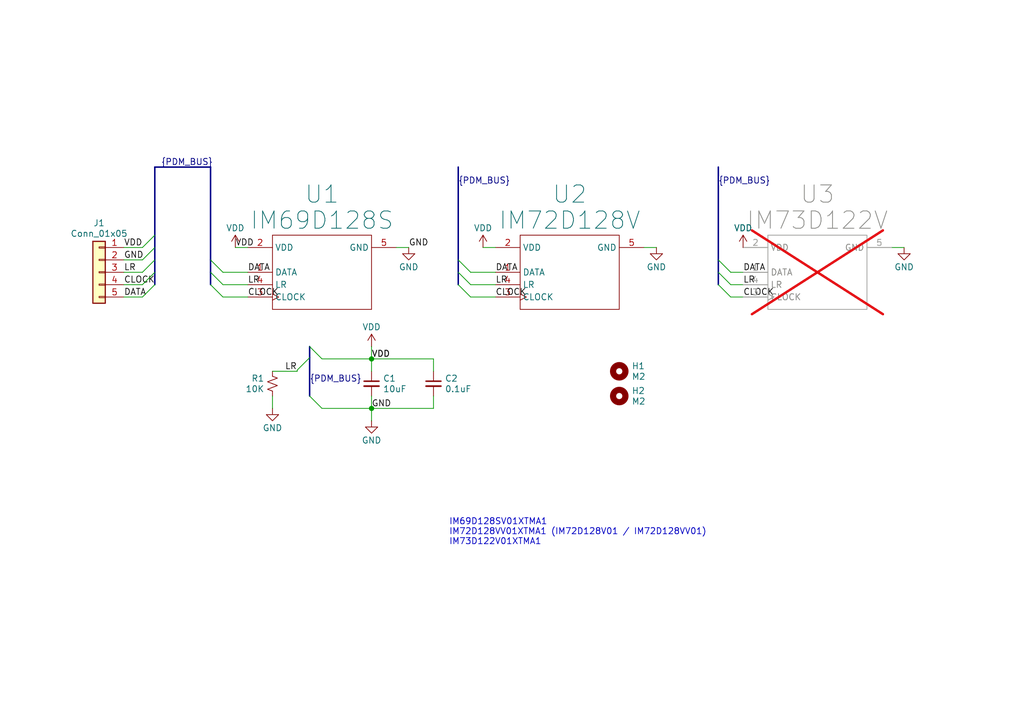
<source format=kicad_sch>
(kicad_sch (version 20250114) (generator "eeschema") (generator_version "9.0")
  (paper "A5")
  (title_block (title "Infineon PDM Breakout") (date "2025-08-29") (rev "v1.0") (company "Jacob Miller"))
  (lib_symbols
    (symbol "Connector_Generic:Conn_01x05" (pin_names (offset 1.016) (hide yes))
      (property "Reference" "J" (at 0 7.62 0))
      (property "Value" "Conn_01x05" (at 0 -7.62 0))
      (symbol "Conn_01x05_1_1"
        (rectangle (start -1.27 6.35) (end 1.27 -6.35) (stroke (width 0.254)) (fill (type background)))
        (rectangle (start -1.27 5.207) (end 0 4.953) (stroke (width 0.1524)))
        (rectangle (start -1.27 2.667) (end 0 2.413) (stroke (width 0.1524)))
        (rectangle (start -1.27 0.127) (end 0 -0.127) (stroke (width 0.1524)))
        (rectangle (start -1.27 -2.413) (end 0 -2.667) (stroke (width 0.1524)))
        (rectangle (start -1.27 -4.953) (end 0 -5.207) (stroke (width 0.1524)))
        (pin passive line (at -5.08 5.08 0) (length 3.81) (name "Pin_1") (number "1"))
        (pin passive line (at -5.08 2.54 0) (length 3.81) (name "Pin_2") (number "2"))
        (pin passive line (at -5.08 0 0) (length 3.81) (name "Pin_3") (number "3"))
        (pin passive line (at -5.08 -2.54 0) (length 3.81) (name "Pin_4") (number "4"))
        (pin passive line (at -5.08 -5.08 0) (length 3.81) (name "Pin_5") (number "5"))
      )
    )
    (symbol "Device:C_Small" (pin_numbers (hide yes)) (pin_names (offset 0.254) (hide yes))
      (property "Reference" "C" (at 0.254 1.778 0))
      (property "Value" "C_Small" (at 0.254 -2.032 0))
      (symbol "C_Small_0_1"
        (polyline (pts (xy -1.524 0.508) (xy 1.524 0.508)) (stroke (width 0.3048)))
        (polyline (pts (xy -1.524 -0.508) (xy 1.524 -0.508)) (stroke (width 0.3302)))
      )
      (symbol "C_Small_1_1"
        (pin passive line (at 0 2.54 270) (length 2.032) (name "~") (number "1"))
        (pin passive line (at 0 -2.54 90) (length 2.032) (name "~") (number "2"))
      )
    )
    (symbol "Device:R_Small_US" (pin_numbers (hide yes)) (pin_names (offset 0.254) (hide yes))
      (property "Reference" "R" (at 0.762 0.508 0))
      (property "Value" "R_Small_US" (at 0.762 -1.016 0))
      (symbol "R_Small_US_1_1"
        (polyline (pts (xy 0 1.524) (xy 1.016 1.143) (xy 0 0.762) (xy -1.016 0.381) (xy 0 0)))
        (polyline (pts (xy 0 0) (xy 1.016 -0.381) (xy 0 -0.762) (xy -1.016 -1.143) (xy 0 -1.524)))
        (pin passive line (at 0 2.54 270) (length 1.016) (name "~") (number "1"))
        (pin passive line (at 0 -2.54 90) (length 1.016) (name "~") (number "2"))
      )
    )
    (symbol "Infineon_PDM_Library:IM69D128SV"
      (property "Reference" "U?" (at 0 0 0))
      (property "Value" "IM69D128SV" (at -0.508 -19.812 0))
      (symbol "IM69D128SV_0_1"
        (rectangle (start 0 0) (end 20.32 -15.24))
      )
      (symbol "IM69D128SV_1_0"
        (pin power_in line (at -5.08 -2.54 0) (length 5.08) (name "VDD") (number "2"))
        (pin output line (at -5.08 -7.62 0) (length 5.08) (name "DATA") (number "1"))
        (pin passive line (at -5.08 -10.16 0) (length 5.08) (name "LR") (number "4"))
        (pin input clock (at -5.08 -12.7 0) (length 5.08) (name "CLOCK") (number "3"))
        (pin power_in line (at 25.4 -2.54 180) (length 5.08) (name "GND") (number "5"))
      )
    )
    (symbol "Infineon_PDM_Library:IM72D128V"
      (property "Reference" "U?" (at 0 0 0))
      (property "Value" "IM72D128V" (at -0.508 -19.812 0))
      (symbol "IM72D128V_0_1"
        (rectangle (start 0 0) (end 20.32 -15.24))
      )
      (symbol "IM72D128V_1_0"
        (pin power_in line (at -5.08 -2.54 0) (length 5.08) (name "VDD") (number "2"))
        (pin output line (at -5.08 -7.62 0) (length 5.08) (name "DATA") (number "1"))
        (pin passive line (at -5.08 -10.16 0) (length 5.08) (name "LR") (number "4"))
        (pin input clock (at -5.08 -12.7 0) (length 5.08) (name "CLOCK") (number "3"))
        (pin power_in line (at 25.4 -2.54 180) (length 5.08) (name "GND") (number "5"))
      )
    )
    (symbol "Infineon_PDM_Library:IM73D128V"
      (property "Reference" "U?" (at 0 0 0))
      (property "Value" "IM73D128V" (at -0.508 -19.812 0))
      (symbol "IM73D128V_0_1"
        (rectangle (start 0 0) (end 20.32 -15.24))
      )
      (symbol "IM73D128V_1_0"
        (pin power_in line (at -5.08 -2.54 0) (length 5.08) (name "VDD") (number "2"))
        (pin output line (at -5.08 -7.62 0) (length 5.08) (name "DATA") (number "1"))
        (pin passive line (at -5.08 -10.16 0) (length 5.08) (name "LR") (number "4"))
        (pin input clock (at -5.08 -12.7 0) (length 5.08) (name "CLOCK") (number "3"))
        (pin power_in line (at 25.4 -2.54 180) (length 5.08) (name "GND") (number "5"))
      )
    )
    (symbol "Mechanical:MountingHole" (pin_names (offset 1.016)) (in_bom no)
      (property "Reference" "H" (at 0 5.08 0))
      (property "Value" "MountingHole" (at 0 3.175 0))
      (symbol "MountingHole_0_1"
        (circle (center 0 0) (radius 1.27) (stroke (width 1.27)))
      )
    )
    (symbol "power:GND" (power) (pin_numbers (hide yes)) (pin_names (offset 0) (hide yes))
      (property "Value" "GND" (at 0 -3.81 0))
      (symbol "GND_0_1"
        (polyline (pts (xy 0 0) (xy 0 -1.27) (xy 1.27 -1.27) (xy 0 -2.54) (xy -1.27 -1.27) (xy 0 -1.27)))
      )
      (symbol "GND_1_1"
        (pin power_in line (at 0 0 270) (length 0) (name "~") (number "1"))
      )
    )
    (symbol "power:VDD" (power) (pin_numbers (hide yes)) (pin_names (offset 0) (hide yes))
      (property "Value" "VDD" (at 0 3.556 0))
      (symbol "VDD_0_1"
        (polyline (pts (xy -0.762 1.27) (xy 0 2.54)))
        (polyline (pts (xy 0 2.54) (xy 0.762 1.27)))
        (polyline (pts (xy 0 0) (xy 0 2.54)))
      )
      (symbol "VDD_1_1"
        (pin power_in line (at 0 0 90) (length 0) (name "~") (number "1"))
      )
    )
  )
  (bus_alias "PDM_BUS" (members "VDD" "GND" "DATA" "LR" "CLOCK"))
  (text "IM69D128SV01XTMA1\nIM72D128VV01XTMA1 (IM72D128V01 / IM72D128VV01)\nIM73D122V01XTMA1" (at 92.075 109.22 0) (effects (font (size 1.27 1.27)) (justify left)))
  (junction (at 76.2 83.82))
  (junction (at 76.2 73.66))
  (bus_entry (at 93.98 58.42) (size 2.54 2.54))
  (bus_entry (at 147.32 58.42) (size 2.54 2.54))
  (bus_entry (at 147.32 55.88) (size 2.54 2.54))
  (bus_entry (at 63.5 81.28) (size 2.54 2.54))
  (bus_entry (at 31.75 50.8) (size -2.54 2.54))
  (bus_entry (at 31.75 58.42) (size -2.54 2.54))
  (bus_entry (at 31.75 48.26) (size -2.54 2.54))
  (bus_entry (at 147.32 53.34) (size 2.54 2.54))
  (bus_entry (at 31.75 53.34) (size -2.54 2.54))
  (bus_entry (at 43.18 53.34) (size 2.54 2.54))
  (bus_entry (at 93.98 55.88) (size 2.54 2.54))
  (bus_entry (at 63.5 73.406) (size -2.54 2.54))
  (bus_entry (at 63.5 71.12) (size 2.54 2.54))
  (bus_entry (at 43.18 58.42) (size 2.54 2.54))
  (bus_entry (at 93.98 53.34) (size 2.54 2.54))
  (bus_entry (at 43.18 55.88) (size 2.54 2.54))
  (bus_entry (at 31.75 55.88) (size -2.54 2.54))
  (wire (pts (xy 76.2 76.2) (xy 76.2 73.66)))
  (bus (pts (xy 31.75 53.34) (xy 31.75 55.88)))
  (bus (pts (xy 147.32 34.29) (xy 147.32 53.34)))
  (wire (pts (xy 76.2 71.12) (xy 76.2 73.66)))
  (bus (pts (xy 147.32 55.88) (xy 147.32 58.42)))
  (bus (pts (xy 31.75 55.88) (xy 31.75 58.42)))
  (wire (pts (xy 48.26 50.8) (xy 50.8 50.8)))
  (wire (pts (xy 149.86 60.96) (xy 152.4 60.96)))
  (wire (pts (xy 66.04 83.82) (xy 76.2 83.82)))
  (bus (pts (xy 31.75 34.29) (xy 31.75 48.26)))
  (bus (pts (xy 93.98 34.29) (xy 93.98 53.34)))
  (wire (pts (xy 55.88 76.2) (xy 60.96 76.2)))
  (bus (pts (xy 43.18 53.34) (xy 43.18 55.88)))
  (bus (pts (xy 63.5 73.406) (xy 63.5 81.28)))
  (wire (pts (xy 25.4 53.34) (xy 29.21 53.34)))
  (wire (pts (xy 88.9 73.66) (xy 88.9 76.2)))
  (wire (pts (xy 60.96 75.946) (xy 60.96 76.2)))
  (wire (pts (xy 66.04 73.66) (xy 76.2 73.66)))
  (bus (pts (xy 147.32 53.34) (xy 147.32 55.88)))
  (wire (pts (xy 96.52 55.88) (xy 101.6 55.88)))
  (wire (pts (xy 25.4 58.42) (xy 29.21 58.42)))
  (wire (pts (xy 45.72 58.42) (xy 50.8 58.42)))
  (bus (pts (xy 31.75 48.26) (xy 31.75 50.8)))
  (wire (pts (xy 149.86 55.88) (xy 152.4 55.88)))
  (bus (pts (xy 63.5 71.12) (xy 63.5 73.406)))
  (wire (pts (xy 149.86 58.42) (xy 152.4 58.42)))
  (bus (pts (xy 43.18 34.29) (xy 43.18 53.34)))
  (wire (pts (xy 45.72 60.96) (xy 50.8 60.96)))
  (wire (pts (xy 55.88 83.82) (xy 55.88 81.28)))
  (bus (pts (xy 43.18 55.88) (xy 43.18 58.42)))
  (wire (pts (xy 99.06 50.8) (xy 101.6 50.8)))
  (wire (pts (xy 76.2 83.82) (xy 88.9 83.82)))
  (wire (pts (xy 25.4 55.88) (xy 29.21 55.88)))
  (bus (pts (xy 31.75 34.29) (xy 43.18 34.29)))
  (bus (pts (xy 31.75 50.8) (xy 31.75 53.34)))
  (bus (pts (xy 93.98 53.34) (xy 93.98 55.88)))
  (wire (pts (xy 88.9 81.28) (xy 88.9 83.82)))
  (wire (pts (xy 96.52 58.42) (xy 101.6 58.42)))
  (wire (pts (xy 96.52 60.96) (xy 101.6 60.96)))
  (wire (pts (xy 76.2 83.82) (xy 76.2 86.36)))
  (wire (pts (xy 25.4 50.8) (xy 29.21 50.8)))
  (wire (pts (xy 134.62 50.8) (xy 132.08 50.8)))
  (wire (pts (xy 45.72 55.88) (xy 50.8 55.88)))
  (wire (pts (xy 25.4 60.96) (xy 29.21 60.96)))
  (bus (pts (xy 93.98 55.88) (xy 93.98 58.42)))
  (wire (pts (xy 185.42 50.8) (xy 182.88 50.8)))
  (wire (pts (xy 83.82 50.8) (xy 81.28 50.8)))
  (wire (pts (xy 76.2 73.66) (xy 88.9 73.66)))
  (wire (pts (xy 76.2 81.28) (xy 76.2 83.82)))
  (label "{PDM_BUS}" (at 63.5 78.74 0))
  (label "CLOCK" (at 50.8 60.96 0))
  (label "GND" (at 25.4 53.34 0))
  (label "LR" (at 152.4 58.42 0))
  (label "CLOCK" (at 101.6 60.96 0))
  (label "{PDM_BUS}" (at 33.02 34.29 0))
  (label "VDD" (at 25.4 50.8 0))
  (label "GND" (at 83.82 50.8 0))
  (label "LR" (at 50.8 58.42 0))
  (label "LR" (at 58.42 76.2 0))
  (label "CLOCK" (at 25.4 58.42 0))
  (label "VDD" (at 76.2 73.66 0))
  (label "DATA" (at 25.4 60.96 0))
  (label "DATA" (at 50.8 55.88 0))
  (label "{PDM_BUS}" (at 147.32 38.1 0))
  (label "GND" (at 76.2 83.82 0))
  (label "{PDM_BUS}" (at 93.98 38.1 0))
  (label "DATA" (at 101.6 55.88 0))
  (label "VDD" (at 48.26 50.8 0))
  (label "CLOCK" (at 152.4 60.96 0))
  (label "LR" (at 25.4 55.88 0))
  (label "VDD" (at 76.2 73.66 0))
  (label "LR" (at 101.6 58.42 0))
  (label "DATA" (at 152.4 55.88 0))
  (symbol (lib_id "Mechanical:MountingHole") (at 127 81.28 0) (unit 1) (in_bom no)
    (property "Reference" "H2" (at 129.54 80.1962 0) (effects (justify left)))
    (property "Value" "M2" (at 129.54 82.3638 0) (effects (justify left)))
    (property "Description" "Mounting Hole without connection" (effects (hide yes)))
  )
  (symbol (lib_id "Infineon_PDM_Library:IM73D128V") (at 157.48 48.26 0) (unit 1) (on_board no) (dnp yes)
    (property "Reference" "U3" (at 167.64 39.8571 0) (effects (font (size 3.5306 3.5306))))
    (property "Value" "IM73D122V" (at 167.64 45.205 0) (effects (font (size 3.5306 3.5306))))
    (property "Footprint" "Infineon_PDM_Library:IFX-PG-LLGA-5-4" (effects (hide yes)))
    (property "Description" "MIC MEMS DIGITAL PDM OMNI -26DB IP57" (effects (hide yes)))
  )
  (symbol (lib_id "power:GND") (at 185.42 50.8 0) (unit 1)
    (property "Reference" "#PWR01" (effects (hide yes)))
    (property "Value" "GND" (at 185.42 54.8048 0))
    (property "Description" "Power symbol creates a global label with name \"GND\" , ground" (effects (hide yes)))
  )
  (symbol (lib_id "Device:C_Small") (at 88.9 78.74 0) (unit 1)
    (property "Reference" "C2" (at 91.2241 77.6625 0) (effects (justify left)))
    (property "Value" "0.1uF" (at 91.2241 79.8301 0) (effects (justify left)))
    (property "Footprint" "Capacitor_SMD:C_0805_2012Metric" (effects (hide yes)))
    (property "Description" "Unpolarized capacitor, small symbol" (effects (hide yes)))
  )
  (symbol (lib_id "power:VDD") (at 48.26 50.8 0) (unit 1)
    (property "Reference" "#PWR06" (effects (hide yes)))
    (property "Value" "VDD" (at 48.26 46.7952 0))
    (property "Description" "Power symbol creates a global label with name \"VDD\"" (effects (hide yes)))
  )
  (symbol (lib_id "power:VDD") (at 152.4 50.8 0) (unit 1)
    (property "Reference" "#PWR08" (effects (hide yes)))
    (property "Value" "VDD" (at 152.4 46.7952 0))
    (property "Description" "Power symbol creates a global label with name \"VDD\"" (effects (hide yes)))
  )
  (symbol (lib_id "power:GND") (at 134.62 50.8 0) (unit 1)
    (property "Reference" "#PWR02" (effects (hide yes)))
    (property "Value" "GND" (at 134.62 54.8048 0))
    (property "Description" "Power symbol creates a global label with name \"GND\" , ground" (effects (hide yes)))
  )
  (symbol (lib_id "power:GND") (at 83.82 50.8 0) (unit 1)
    (property "Reference" "#PWR03" (effects (hide yes)))
    (property "Value" "GND" (at 83.82 54.8048 0))
    (property "Description" "Power symbol creates a global label with name \"GND\" , ground" (effects (hide yes)))
  )
  (symbol (lib_id "Device:R_Small_US") (at 55.88 78.74 0) (unit 1)
    (property "Reference" "R1" (at 54.229 77.6562 0) (effects (justify right)))
    (property "Value" "10K" (at 54.229 79.8238 0) (effects (justify right)))
    (property "Footprint" "Resistor_SMD:R_0805_2012Metric" (effects (hide yes)))
    (property "Description" "Resistor, small US symbol" (effects (hide yes)))
  )
  (symbol (lib_id "Infineon_PDM_Library:IM72D128V") (at 106.68 48.26 0) (unit 1)
    (property "Reference" "U2" (at 116.84 39.8571 0) (effects (font (size 3.5306 3.5306))))
    (property "Value" "IM72D128V" (at 116.84 45.205 0) (effects (font (size 3.5306 3.5306))))
    (property "Footprint" "Infineon_PDM_Library:IFX-PG-LLGA-5-4" (effects (hide yes)))
    (property "Description" "High Performance Digital XENSIV MEMS Microphone" (effects (hide yes)))
  )
  (symbol (lib_id "power:VDD") (at 99.06 50.8 0) (unit 1)
    (property "Reference" "#PWR07" (effects (hide yes)))
    (property "Value" "VDD" (at 99.06 46.7952 0))
    (property "Description" "Power symbol creates a global label with name \"VDD\"" (effects (hide yes)))
  )
  (symbol (lib_id "Infineon_PDM_Library:IM69D128SV") (at 55.88 48.26 0) (unit 1)
    (property "Reference" "U1" (at 66.04 39.8571 0) (effects (font (size 3.5306 3.5306))))
    (property "Value" "IM69D128S" (at 66.04 45.205 0) (effects (font (size 3.5306 3.5306))))
    (property "Footprint" "Infineon_PDM_Library:IFX-PG-LLGA-5-4_IM69D128" (effects (hide yes)))
    (property "Description" "MIC MEMS DIGITAL PDM NC -37DB IP57" (effects (hide yes)))
  )
  (symbol (lib_id "power:VDD") (at 76.2 71.12 0) (unit 1)
    (property "Reference" "#PWR05" (effects (hide yes)))
    (property "Value" "VDD" (at 76.2 67.1152 0))
    (property "Description" "Power symbol creates a global label with name \"VDD\"" (effects (hide yes)))
  )
  (symbol (lib_id "power:GND") (at 55.88 83.82 0) (unit 1)
    (property "Reference" "#PWR09" (effects (hide yes)))
    (property "Value" "GND" (at 55.88 87.8248 0))
    (property "Description" "Power symbol creates a global label with name \"GND\" , ground" (effects (hide yes)))
  )
  (symbol (lib_id "Connector_Generic:Conn_01x05") (at 20.32 55.88 0) (mirror y) (unit 1)
    (property "Reference" "J1" (at 20.32 45.7706 0))
    (property "Value" "Conn_01x05" (at 20.32 47.9382 0))
    (property "Footprint" "Connector_PinHeader_2.54mm:PinHeader_1x05_P2.54mm_Vertical" (effects (hide yes)))
    (property "Description" "Generic connector, single row, 01x05, script generated (kicad-library-utils/schlib/autogen/connector/)" (effects (hide yes)))
  )
  (symbol (lib_id "Device:C_Small") (at 76.2 78.74 0) (unit 1)
    (property "Reference" "C1" (at 78.5241 77.6625 0) (effects (justify left)))
    (property "Value" "10uF" (at 78.5241 79.8301 0) (effects (justify left)))
    (property "Footprint" "Capacitor_SMD:C_0805_2012Metric" (effects (hide yes)))
    (property "Description" "Unpolarized capacitor, small symbol" (effects (hide yes)))
  )
  (symbol (lib_id "power:GND") (at 76.2 86.36 0) (unit 1)
    (property "Reference" "#PWR04" (effects (hide yes)))
    (property "Value" "GND" (at 76.2 90.3648 0))
    (property "Description" "Power symbol creates a global label with name \"GND\" , ground" (effects (hide yes)))
  )
  (symbol (lib_id "Mechanical:MountingHole") (at 127 76.2 0) (unit 1) (in_bom no)
    (property "Reference" "H1" (at 129.54 75.1162 0) (effects (justify left)))
    (property "Value" "M2" (at 129.54 77.2838 0) (effects (justify left)))
    (property "Description" "Mounting Hole without connection" (effects (hide yes)))
  )
)
</source>
